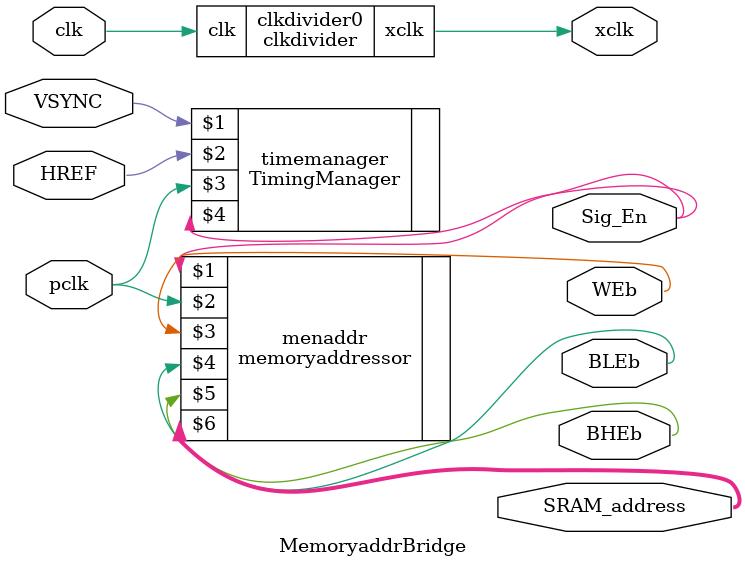
<source format=v>


module clkdivider (input clk, output xclk);
	reg [1:0] t_count = 0;
	always@(posedge clk) t_count[0] <= ~t_count[0];
	always@(posedge t_count[0]) t_count[1] <= ~t_count[1];
	assign xclk = t_count[1];
endmodule

///////////////******************************MAIN(TOP CIRCCUIT)********************************/////////////////
module MemoryaddrBridge (input clk, input pclk,input HREF,input VSYNC, output xclk, output WEb, output BLEb,output BHEb, output [15:0] SRAM_address,output Sig_En );
//wire Sig_En;
//wire WEbpre;
//assign WEb = WEbpre | clk;
TimingManager timemanager(VSYNC, HREF, pclk, Sig_En);
memoryaddressor menaddr(Sig_En,  pclk, WEb,  BLEb, BHEb, SRAM_address);
clkdivider clkdivider0(clk,xclk);
//musimixesim:/TESTr musxer(clk, WEb, SRAM_address
endmodule

</source>
